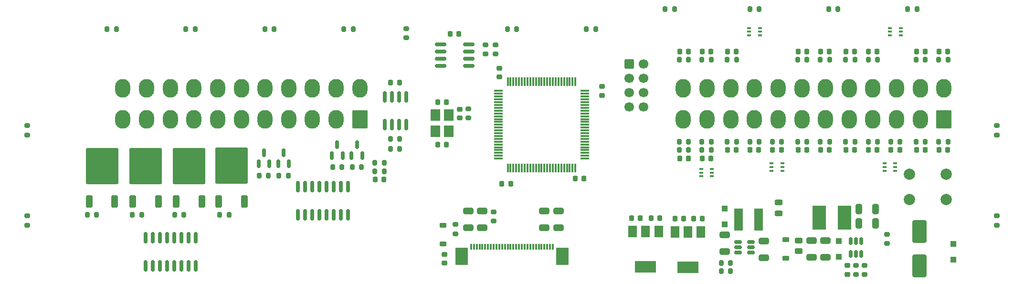
<source format=gts>
G04 #@! TF.GenerationSoftware,KiCad,Pcbnew,7.0.1*
G04 #@! TF.CreationDate,2023-04-02T15:52:54+01:00*
G04 #@! TF.ProjectId,ecu,6563752e-6b69-4636-9164-5f7063625858,rev?*
G04 #@! TF.SameCoordinates,Original*
G04 #@! TF.FileFunction,Soldermask,Top*
G04 #@! TF.FilePolarity,Negative*
%FSLAX46Y46*%
G04 Gerber Fmt 4.6, Leading zero omitted, Abs format (unit mm)*
G04 Created by KiCad (PCBNEW 7.0.1) date 2023-04-02 15:52:54*
%MOMM*%
%LPD*%
G01*
G04 APERTURE LIST*
G04 Aperture macros list*
%AMRoundRect*
0 Rectangle with rounded corners*
0 $1 Rounding radius*
0 $2 $3 $4 $5 $6 $7 $8 $9 X,Y pos of 4 corners*
0 Add a 4 corners polygon primitive as box body*
4,1,4,$2,$3,$4,$5,$6,$7,$8,$9,$2,$3,0*
0 Add four circle primitives for the rounded corners*
1,1,$1+$1,$2,$3*
1,1,$1+$1,$4,$5*
1,1,$1+$1,$6,$7*
1,1,$1+$1,$8,$9*
0 Add four rect primitives between the rounded corners*
20,1,$1+$1,$2,$3,$4,$5,0*
20,1,$1+$1,$4,$5,$6,$7,0*
20,1,$1+$1,$6,$7,$8,$9,0*
20,1,$1+$1,$8,$9,$2,$3,0*%
G04 Aperture macros list end*
%ADD10RoundRect,0.150000X-0.825000X-0.150000X0.825000X-0.150000X0.825000X0.150000X-0.825000X0.150000X0*%
%ADD11RoundRect,0.225000X0.225000X0.250000X-0.225000X0.250000X-0.225000X-0.250000X0.225000X-0.250000X0*%
%ADD12RoundRect,0.200000X-0.275000X0.200000X-0.275000X-0.200000X0.275000X-0.200000X0.275000X0.200000X0*%
%ADD13RoundRect,0.225000X0.250000X-0.225000X0.250000X0.225000X-0.250000X0.225000X-0.250000X-0.225000X0*%
%ADD14RoundRect,0.243750X0.456250X-0.243750X0.456250X0.243750X-0.456250X0.243750X-0.456250X-0.243750X0*%
%ADD15R,1.500000X4.000000*%
%ADD16RoundRect,0.200000X0.200000X0.275000X-0.200000X0.275000X-0.200000X-0.275000X0.200000X-0.275000X0*%
%ADD17R,1.800000X2.100000*%
%ADD18RoundRect,0.250000X0.650000X-0.325000X0.650000X0.325000X-0.650000X0.325000X-0.650000X-0.325000X0*%
%ADD19RoundRect,0.250000X0.350000X-0.850000X0.350000X0.850000X-0.350000X0.850000X-0.350000X-0.850000X0*%
%ADD20RoundRect,0.249997X2.650003X-2.950003X2.650003X2.950003X-2.650003X2.950003X-2.650003X-2.950003X0*%
%ADD21RoundRect,0.225000X-0.225000X-0.250000X0.225000X-0.250000X0.225000X0.250000X-0.225000X0.250000X0*%
%ADD22RoundRect,0.250000X0.300000X-0.300000X0.300000X0.300000X-0.300000X0.300000X-0.300000X-0.300000X0*%
%ADD23R,1.500000X2.000000*%
%ADD24R,3.800000X2.000000*%
%ADD25RoundRect,0.150000X-0.512500X-0.150000X0.512500X-0.150000X0.512500X0.150000X-0.512500X0.150000X0*%
%ADD26R,0.300000X1.100000*%
%ADD27R,2.300000X3.100000*%
%ADD28RoundRect,0.200000X-0.200000X-0.275000X0.200000X-0.275000X0.200000X0.275000X-0.200000X0.275000X0*%
%ADD29RoundRect,0.250000X-0.650000X0.325000X-0.650000X-0.325000X0.650000X-0.325000X0.650000X0.325000X0*%
%ADD30R,0.650000X0.400000*%
%ADD31RoundRect,0.243750X-0.456250X0.243750X-0.456250X-0.243750X0.456250X-0.243750X0.456250X0.243750X0*%
%ADD32RoundRect,0.150000X0.150000X-0.587500X0.150000X0.587500X-0.150000X0.587500X-0.150000X-0.587500X0*%
%ADD33RoundRect,0.250000X-1.000000X1.750000X-1.000000X-1.750000X1.000000X-1.750000X1.000000X1.750000X0*%
%ADD34RoundRect,0.250000X-0.300000X0.300000X-0.300000X-0.300000X0.300000X-0.300000X0.300000X0.300000X0*%
%ADD35RoundRect,0.250000X-0.600000X-0.600000X0.600000X-0.600000X0.600000X0.600000X-0.600000X0.600000X0*%
%ADD36C,1.700000*%
%ADD37RoundRect,0.150000X0.150000X-0.850000X0.150000X0.850000X-0.150000X0.850000X-0.150000X-0.850000X0*%
%ADD38RoundRect,0.150000X0.150000X-0.512500X0.150000X0.512500X-0.150000X0.512500X-0.150000X-0.512500X0*%
%ADD39RoundRect,0.150000X-0.150000X0.825000X-0.150000X-0.825000X0.150000X-0.825000X0.150000X0.825000X0*%
%ADD40RoundRect,0.200000X0.275000X-0.200000X0.275000X0.200000X-0.275000X0.200000X-0.275000X-0.200000X0*%
%ADD41RoundRect,0.075000X-0.725000X-0.075000X0.725000X-0.075000X0.725000X0.075000X-0.725000X0.075000X0*%
%ADD42RoundRect,0.075000X-0.075000X-0.725000X0.075000X-0.725000X0.075000X0.725000X-0.075000X0.725000X0*%
%ADD43RoundRect,0.250001X1.099999X1.399999X-1.099999X1.399999X-1.099999X-1.399999X1.099999X-1.399999X0*%
%ADD44O,2.700000X3.300000*%
%ADD45R,2.400000X4.200000*%
%ADD46RoundRect,0.250000X-0.325000X-0.650000X0.325000X-0.650000X0.325000X0.650000X-0.325000X0.650000X0*%
%ADD47C,2.000000*%
%ADD48RoundRect,0.225000X-0.375000X0.225000X-0.375000X-0.225000X0.375000X-0.225000X0.375000X0.225000X0*%
%ADD49RoundRect,0.225000X0.375000X-0.225000X0.375000X0.225000X-0.375000X0.225000X-0.375000X-0.225000X0*%
%ADD50RoundRect,0.225000X-0.250000X0.225000X-0.250000X-0.225000X0.250000X-0.225000X0.250000X0.225000X0*%
G04 APERTURE END LIST*
D10*
G04 #@! TO.C,U9*
X127355000Y-107730000D03*
X127355000Y-109000000D03*
X127355000Y-110270000D03*
X127355000Y-111540000D03*
X132305000Y-111540000D03*
X132305000Y-110270000D03*
X132305000Y-109000000D03*
X132305000Y-107730000D03*
G04 #@! TD*
D11*
G04 #@! TO.C,C45*
X173750000Y-138650000D03*
X172200000Y-138650000D03*
G04 #@! TD*
D12*
G04 #@! TO.C,R59*
X202500000Y-146925000D03*
X202500000Y-148575000D03*
G04 #@! TD*
D13*
G04 #@! TO.C,C53*
X199500000Y-148525000D03*
X199500000Y-146975000D03*
G04 #@! TD*
D12*
G04 #@! TO.C,R60*
X201000000Y-146950000D03*
X201000000Y-148600000D03*
G04 #@! TD*
D14*
G04 #@! TO.C,F2*
X187250000Y-137687500D03*
X187250000Y-135812500D03*
G04 #@! TD*
D15*
G04 #@! TO.C,L3*
X183750000Y-138843750D03*
X180150000Y-138843750D03*
G04 #@! TD*
D16*
G04 #@! TO.C,R37*
X111825000Y-105000000D03*
X110175000Y-105000000D03*
G04 #@! TD*
D17*
G04 #@! TO.C,Y1*
X128750000Y-123200000D03*
X128750000Y-120300000D03*
X126450000Y-120300000D03*
X126450000Y-123200000D03*
G04 #@! TD*
D18*
G04 #@! TO.C,C48*
X145750000Y-140250000D03*
X145750000Y-137300000D03*
G04 #@! TD*
D16*
G04 #@! TO.C,R16*
X120100000Y-124525000D03*
X118450000Y-124525000D03*
G04 #@! TD*
D19*
G04 #@! TO.C,Q2*
X65000000Y-135625000D03*
D20*
X67280000Y-129325000D03*
D19*
X69560000Y-135625000D03*
G04 #@! TD*
D11*
G04 #@! TO.C,C35*
X139775000Y-132500000D03*
X138225000Y-132500000D03*
G04 #@! TD*
D16*
G04 #@! TO.C,R42*
X183825000Y-101500000D03*
X182175000Y-101500000D03*
G04 #@! TD*
D21*
G04 #@! TO.C,C20*
X215725000Y-109000000D03*
X217275000Y-109000000D03*
G04 #@! TD*
D22*
G04 #@! TO.C,D22*
X177700000Y-139643750D03*
X177700000Y-136843750D03*
G04 #@! TD*
D21*
G04 #@! TO.C,C24*
X194725000Y-109000000D03*
X196275000Y-109000000D03*
G04 #@! TD*
D23*
G04 #@! TO.C,U7*
X166000000Y-140900000D03*
X163700000Y-140900000D03*
D24*
X163700000Y-147200000D03*
D23*
X161400000Y-140900000D03*
G04 #@! TD*
D25*
G04 #@! TO.C,U3*
X180112500Y-142793750D03*
X180112500Y-143743750D03*
X180112500Y-144693750D03*
X182387500Y-144693750D03*
X182387500Y-143743750D03*
X182387500Y-142793750D03*
G04 #@! TD*
D16*
G04 #@! TO.C,R11*
X120075000Y-126250000D03*
X118425000Y-126250000D03*
G04 #@! TD*
D26*
G04 #@! TO.C,J5*
X147250000Y-143650000D03*
X146750000Y-143650000D03*
X146250000Y-143650000D03*
X145750000Y-143650000D03*
X145250000Y-143650000D03*
X144750000Y-143650000D03*
X144250000Y-143650000D03*
X143750000Y-143650000D03*
X143250000Y-143650000D03*
X142750000Y-143650000D03*
X142250000Y-143650000D03*
X141750000Y-143650000D03*
X141250000Y-143650000D03*
X140750000Y-143650000D03*
X140250000Y-143650000D03*
X139750000Y-143650000D03*
X139250000Y-143650000D03*
X138750000Y-143650000D03*
X138250000Y-143650000D03*
X137750000Y-143650000D03*
X137250000Y-143650000D03*
X136750000Y-143650000D03*
X136250000Y-143650000D03*
X135750000Y-143650000D03*
X135250000Y-143650000D03*
X134750000Y-143650000D03*
X134250000Y-143650000D03*
X133750000Y-143650000D03*
X133250000Y-143650000D03*
X132750000Y-143650000D03*
D27*
X131080000Y-145350000D03*
X148920000Y-145350000D03*
G04 #@! TD*
D28*
G04 #@! TO.C,R17*
X215675000Y-110500000D03*
X217325000Y-110500000D03*
G04 #@! TD*
D29*
G04 #@! TO.C,C42*
X184700000Y-142618750D03*
X184700000Y-145568750D03*
G04 #@! TD*
D21*
G04 #@! TO.C,C9*
X186225000Y-126500000D03*
X187775000Y-126500000D03*
G04 #@! TD*
D28*
G04 #@! TO.C,R2*
X211675000Y-125000000D03*
X213325000Y-125000000D03*
G04 #@! TD*
D12*
G04 #@! TO.C,R46*
X226000000Y-122175000D03*
X226000000Y-123825000D03*
G04 #@! TD*
D30*
G04 #@! TO.C,D2*
X187950000Y-130150000D03*
X187950000Y-129500000D03*
X187950000Y-128850000D03*
X186050000Y-128850000D03*
X186050000Y-129500000D03*
X186050000Y-130150000D03*
G04 #@! TD*
D31*
G04 #@! TO.C,F1*
X190850000Y-142562500D03*
X190850000Y-144437500D03*
G04 #@! TD*
D28*
G04 #@! TO.C,R9*
X182175000Y-125000000D03*
X183825000Y-125000000D03*
G04 #@! TD*
G04 #@! TO.C,R3*
X207175000Y-125000000D03*
X208825000Y-125000000D03*
G04 #@! TD*
G04 #@! TO.C,R23*
X178175000Y-110500000D03*
X179825000Y-110500000D03*
G04 #@! TD*
D21*
G04 #@! TO.C,C23*
X199225000Y-109000000D03*
X200775000Y-109000000D03*
G04 #@! TD*
D32*
G04 #@! TO.C,Q6*
X95050000Y-128875000D03*
X96950000Y-128875000D03*
X96000000Y-127000000D03*
G04 #@! TD*
D21*
G04 #@! TO.C,C11*
X178225000Y-126500000D03*
X179775000Y-126500000D03*
G04 #@! TD*
D28*
G04 #@! TO.C,R8*
X186175000Y-125000000D03*
X187825000Y-125000000D03*
G04 #@! TD*
G04 #@! TO.C,R22*
X190675000Y-110500000D03*
X192325000Y-110500000D03*
G04 #@! TD*
D12*
G04 #@! TO.C,R56*
X137080000Y-107810000D03*
X137080000Y-109460000D03*
G04 #@! TD*
D11*
G04 #@! TO.C,C37*
X162775000Y-138550000D03*
X161225000Y-138550000D03*
G04 #@! TD*
D33*
G04 #@! TO.C,C1*
X212250000Y-140950000D03*
X212250000Y-147050000D03*
G04 #@! TD*
D34*
G04 #@! TO.C,D24*
X218250000Y-143100000D03*
X218250000Y-145900000D03*
G04 #@! TD*
D12*
G04 #@! TO.C,R57*
X135330000Y-107810000D03*
X135330000Y-109460000D03*
G04 #@! TD*
D16*
G04 #@! TO.C,R41*
X167175000Y-101500000D03*
X168825000Y-101500000D03*
G04 #@! TD*
D35*
G04 #@! TO.C,J3*
X160750000Y-111250000D03*
D36*
X163290000Y-111250000D03*
X160750000Y-113790000D03*
X163290000Y-113790000D03*
X160750000Y-116330000D03*
X163290000Y-116330000D03*
X160750000Y-118870000D03*
X163290000Y-118870000D03*
G04 #@! TD*
D19*
G04 #@! TO.C,Q8*
X80440000Y-135625000D03*
D20*
X82720000Y-129325000D03*
D19*
X85000000Y-135625000D03*
G04 #@! TD*
D28*
G04 #@! TO.C,R5*
X199175000Y-125000000D03*
X200825000Y-125000000D03*
G04 #@! TD*
D37*
G04 #@! TO.C,U4*
X102055000Y-138000000D03*
X103325000Y-138000000D03*
X104595000Y-138000000D03*
X105865000Y-138000000D03*
X107135000Y-138000000D03*
X108405000Y-138000000D03*
X109675000Y-138000000D03*
X110945000Y-138000000D03*
X110945000Y-133000000D03*
X109675000Y-133000000D03*
X108405000Y-133000000D03*
X107135000Y-133000000D03*
X105865000Y-133000000D03*
X104595000Y-133000000D03*
X103325000Y-133000000D03*
X102055000Y-133000000D03*
G04 #@! TD*
D18*
G04 #@! TO.C,C51*
X132250000Y-140225000D03*
X132250000Y-137275000D03*
G04 #@! TD*
D38*
G04 #@! TO.C,U10*
X200050000Y-144887500D03*
X201000000Y-144887500D03*
X201950000Y-144887500D03*
X201950000Y-142612500D03*
X201000000Y-142612500D03*
X200050000Y-142612500D03*
G04 #@! TD*
D28*
G04 #@! TO.C,R25*
X169675000Y-110500000D03*
X171325000Y-110500000D03*
G04 #@! TD*
D21*
G04 #@! TO.C,C3*
X211725000Y-126500000D03*
X213275000Y-126500000D03*
G04 #@! TD*
D13*
G04 #@! TO.C,C33*
X137750000Y-113525000D03*
X137750000Y-111975000D03*
G04 #@! TD*
D37*
G04 #@! TO.C,U5*
X75055000Y-147000000D03*
X76325000Y-147000000D03*
X77595000Y-147000000D03*
X78865000Y-147000000D03*
X80135000Y-147000000D03*
X81405000Y-147000000D03*
X82675000Y-147000000D03*
X83945000Y-147000000D03*
X83945000Y-142000000D03*
X82675000Y-142000000D03*
X81405000Y-142000000D03*
X80135000Y-142000000D03*
X78865000Y-142000000D03*
X77595000Y-142000000D03*
X76325000Y-142000000D03*
X75055000Y-142000000D03*
G04 #@! TD*
D28*
G04 #@! TO.C,R12*
X173675000Y-125000000D03*
X175325000Y-125000000D03*
G04 #@! TD*
D21*
G04 #@! TO.C,C4*
X207225000Y-126500000D03*
X208775000Y-126500000D03*
G04 #@! TD*
D28*
G04 #@! TO.C,R7*
X190675000Y-125000000D03*
X192325000Y-125000000D03*
G04 #@! TD*
D32*
G04 #@! TO.C,Q7*
X111550000Y-127437500D03*
X113450000Y-127437500D03*
X112500000Y-125562500D03*
G04 #@! TD*
D13*
G04 #@! TO.C,C30*
X130750000Y-120775000D03*
X130750000Y-119225000D03*
G04 #@! TD*
D39*
G04 #@! TO.C,U1*
X121275000Y-117025000D03*
X120005000Y-117025000D03*
X118735000Y-117025000D03*
X117465000Y-117025000D03*
X117465000Y-121975000D03*
X118735000Y-121975000D03*
X120005000Y-121975000D03*
X121275000Y-121975000D03*
G04 #@! TD*
D11*
G04 #@! TO.C,C46*
X130605000Y-105885000D03*
X129055000Y-105885000D03*
G04 #@! TD*
D30*
G04 #@! TO.C,D5*
X182050000Y-104850000D03*
X182050000Y-105500000D03*
X182050000Y-106150000D03*
X183950000Y-106150000D03*
X183950000Y-105500000D03*
X183950000Y-104850000D03*
G04 #@! TD*
D18*
G04 #@! TO.C,C50*
X148250000Y-140225000D03*
X148250000Y-137275000D03*
G04 #@! TD*
D28*
G04 #@! TO.C,R10*
X178175000Y-125000000D03*
X179825000Y-125000000D03*
G04 #@! TD*
D40*
G04 #@! TO.C,R58*
X206500000Y-143075000D03*
X206500000Y-141425000D03*
G04 #@! TD*
D21*
G04 #@! TO.C,C10*
X182225000Y-126500000D03*
X183775000Y-126500000D03*
G04 #@! TD*
D28*
G04 #@! TO.C,R24*
X173675000Y-110500000D03*
X175325000Y-110500000D03*
G04 #@! TD*
D16*
G04 #@! TO.C,R39*
X140825000Y-105000000D03*
X139175000Y-105000000D03*
G04 #@! TD*
D18*
G04 #@! TO.C,C49*
X134750000Y-140225000D03*
X134750000Y-137275000D03*
G04 #@! TD*
D21*
G04 #@! TO.C,C6*
X199225000Y-126500000D03*
X200775000Y-126500000D03*
G04 #@! TD*
D12*
G04 #@! TO.C,R55*
X130000000Y-139675000D03*
X130000000Y-141325000D03*
G04 #@! TD*
D41*
G04 #@! TO.C,U6*
X137575000Y-116000000D03*
X137575000Y-116500000D03*
X137575000Y-117000000D03*
X137575000Y-117500000D03*
X137575000Y-118000000D03*
X137575000Y-118500000D03*
X137575000Y-119000000D03*
X137575000Y-119500000D03*
X137575000Y-120000000D03*
X137575000Y-120500000D03*
X137575000Y-121000000D03*
X137575000Y-121500000D03*
X137575000Y-122000000D03*
X137575000Y-122500000D03*
X137575000Y-123000000D03*
X137575000Y-123500000D03*
X137575000Y-124000000D03*
X137575000Y-124500000D03*
X137575000Y-125000000D03*
X137575000Y-125500000D03*
X137575000Y-126000000D03*
X137575000Y-126500000D03*
X137575000Y-127000000D03*
X137575000Y-127500000D03*
X137575000Y-128000000D03*
D42*
X139250000Y-129675000D03*
X139750000Y-129675000D03*
X140250000Y-129675000D03*
X140750000Y-129675000D03*
X141250000Y-129675000D03*
X141750000Y-129675000D03*
X142250000Y-129675000D03*
X142750000Y-129675000D03*
X143250000Y-129675000D03*
X143750000Y-129675000D03*
X144250000Y-129675000D03*
X144750000Y-129675000D03*
X145250000Y-129675000D03*
X145750000Y-129675000D03*
X146250000Y-129675000D03*
X146750000Y-129675000D03*
X147250000Y-129675000D03*
X147750000Y-129675000D03*
X148250000Y-129675000D03*
X148750000Y-129675000D03*
X149250000Y-129675000D03*
X149750000Y-129675000D03*
X150250000Y-129675000D03*
X150750000Y-129675000D03*
X151250000Y-129675000D03*
D41*
X152925000Y-128000000D03*
X152925000Y-127500000D03*
X152925000Y-127000000D03*
X152925000Y-126500000D03*
X152925000Y-126000000D03*
X152925000Y-125500000D03*
X152925000Y-125000000D03*
X152925000Y-124500000D03*
X152925000Y-124000000D03*
X152925000Y-123500000D03*
X152925000Y-123000000D03*
X152925000Y-122500000D03*
X152925000Y-122000000D03*
X152925000Y-121500000D03*
X152925000Y-121000000D03*
X152925000Y-120500000D03*
X152925000Y-120000000D03*
X152925000Y-119500000D03*
X152925000Y-119000000D03*
X152925000Y-118500000D03*
X152925000Y-118000000D03*
X152925000Y-117500000D03*
X152925000Y-117000000D03*
X152925000Y-116500000D03*
X152925000Y-116000000D03*
D42*
X151250000Y-114325000D03*
X150750000Y-114325000D03*
X150250000Y-114325000D03*
X149750000Y-114325000D03*
X149250000Y-114325000D03*
X148750000Y-114325000D03*
X148250000Y-114325000D03*
X147750000Y-114325000D03*
X147250000Y-114325000D03*
X146750000Y-114325000D03*
X146250000Y-114325000D03*
X145750000Y-114325000D03*
X145250000Y-114325000D03*
X144750000Y-114325000D03*
X144250000Y-114325000D03*
X143750000Y-114325000D03*
X143250000Y-114325000D03*
X142750000Y-114325000D03*
X142250000Y-114325000D03*
X141750000Y-114325000D03*
X141250000Y-114325000D03*
X140750000Y-114325000D03*
X140250000Y-114325000D03*
X139750000Y-114325000D03*
X139250000Y-114325000D03*
G04 #@! TD*
D29*
G04 #@! TO.C,C55*
X193100000Y-142525000D03*
X193100000Y-145475000D03*
G04 #@! TD*
D43*
G04 #@! TO.C,J1*
X216600000Y-121000000D03*
D44*
X212400000Y-121000000D03*
X208200000Y-121000000D03*
X204000000Y-121000000D03*
X199800000Y-121000000D03*
X195600000Y-121000000D03*
X191400000Y-121000000D03*
X187200000Y-121000000D03*
X183000000Y-121000000D03*
X178800000Y-121000000D03*
X174600000Y-121000000D03*
X170400000Y-121000000D03*
X216600000Y-115500000D03*
X212400000Y-115500000D03*
X208200000Y-115500000D03*
X204000000Y-115500000D03*
X199800000Y-115500000D03*
X195600000Y-115500000D03*
X191400000Y-115500000D03*
X187200000Y-115500000D03*
X183000000Y-115500000D03*
X178800000Y-115500000D03*
X174600000Y-115500000D03*
X170400000Y-115500000D03*
G04 #@! TD*
D21*
G04 #@! TO.C,C22*
X203225000Y-109000000D03*
X204775000Y-109000000D03*
G04 #@! TD*
D11*
G04 #@! TO.C,C40*
X128375000Y-125500000D03*
X126825000Y-125500000D03*
G04 #@! TD*
D23*
G04 #@! TO.C,U8*
X173500000Y-141000000D03*
X171200000Y-141000000D03*
D24*
X171200000Y-147300000D03*
D23*
X168900000Y-141000000D03*
G04 #@! TD*
D29*
G04 #@! TO.C,C44*
X177700000Y-141518750D03*
X177700000Y-144468750D03*
G04 #@! TD*
D45*
G04 #@! TO.C,L2*
X199000000Y-138500000D03*
X194500000Y-138500000D03*
G04 #@! TD*
D28*
G04 #@! TO.C,R50*
X115675000Y-128750000D03*
X117325000Y-128750000D03*
G04 #@! TD*
D19*
G04 #@! TO.C,Q3*
X88000000Y-135585000D03*
D20*
X90280000Y-129285000D03*
D19*
X92560000Y-135585000D03*
G04 #@! TD*
D11*
G04 #@! TO.C,C36*
X152775000Y-131500000D03*
X151225000Y-131500000D03*
G04 #@! TD*
D19*
G04 #@! TO.C,Q1*
X72720000Y-135625000D03*
D20*
X75000000Y-129325000D03*
D19*
X77280000Y-135625000D03*
G04 #@! TD*
D21*
G04 #@! TO.C,C14*
X118500000Y-114525000D03*
X120050000Y-114525000D03*
G04 #@! TD*
G04 #@! TO.C,C28*
X169725000Y-109000000D03*
X171275000Y-109000000D03*
G04 #@! TD*
D30*
G04 #@! TO.C,D6*
X207050000Y-104850000D03*
X207050000Y-105500000D03*
X207050000Y-106150000D03*
X208950000Y-106150000D03*
X208950000Y-105500000D03*
X208950000Y-104850000D03*
G04 #@! TD*
D46*
G04 #@! TO.C,C32*
X201500000Y-137000000D03*
X204450000Y-137000000D03*
G04 #@! TD*
D21*
G04 #@! TO.C,C27*
X173725000Y-109000000D03*
X175275000Y-109000000D03*
G04 #@! TD*
G04 #@! TO.C,C52*
X168925000Y-138650000D03*
X170475000Y-138650000D03*
G04 #@! TD*
D16*
G04 #@! TO.C,R40*
X154825000Y-105000000D03*
X153175000Y-105000000D03*
G04 #@! TD*
G04 #@! TO.C,R32*
X96825000Y-131000000D03*
X95175000Y-131000000D03*
G04 #@! TD*
D12*
G04 #@! TO.C,R45*
X226000000Y-138175000D03*
X226000000Y-139825000D03*
G04 #@! TD*
G04 #@! TO.C,R49*
X132250000Y-119175000D03*
X132250000Y-120825000D03*
G04 #@! TD*
D21*
G04 #@! TO.C,C21*
X211725000Y-109000000D03*
X213275000Y-109000000D03*
G04 #@! TD*
D34*
G04 #@! TO.C,D25*
X198000000Y-142600000D03*
X198000000Y-145400000D03*
G04 #@! TD*
D16*
G04 #@! TO.C,R51*
X117325000Y-130250000D03*
X115675000Y-130250000D03*
G04 #@! TD*
G04 #@! TO.C,R15*
X171325000Y-126500000D03*
X169675000Y-126500000D03*
G04 #@! TD*
D21*
G04 #@! TO.C,C8*
X190725000Y-126500000D03*
X192275000Y-126500000D03*
G04 #@! TD*
G04 #@! TO.C,C7*
X194725000Y-126500000D03*
X196275000Y-126500000D03*
G04 #@! TD*
G04 #@! TO.C,C39*
X126825000Y-118000000D03*
X128375000Y-118000000D03*
G04 #@! TD*
D12*
G04 #@! TO.C,R47*
X54000000Y-122175000D03*
X54000000Y-123825000D03*
G04 #@! TD*
D16*
G04 #@! TO.C,R26*
X100325000Y-131000000D03*
X98675000Y-131000000D03*
G04 #@! TD*
D43*
G04 #@! TO.C,J2*
X113000000Y-121000000D03*
D44*
X108800000Y-121000000D03*
X104600000Y-121000000D03*
X100400000Y-121000000D03*
X96200000Y-121000000D03*
X92000000Y-121000000D03*
X87800000Y-121000000D03*
X83600000Y-121000000D03*
X79400000Y-121000000D03*
X75200000Y-121000000D03*
X71000000Y-121000000D03*
X113000000Y-115500000D03*
X108800000Y-115500000D03*
X104600000Y-115500000D03*
X100400000Y-115500000D03*
X96200000Y-115500000D03*
X92000000Y-115500000D03*
X87800000Y-115500000D03*
X83600000Y-115500000D03*
X79400000Y-115500000D03*
X75200000Y-115500000D03*
X71000000Y-115500000D03*
G04 #@! TD*
D16*
G04 #@! TO.C,R28*
X66325000Y-138000000D03*
X64675000Y-138000000D03*
G04 #@! TD*
D46*
G04 #@! TO.C,C43*
X201500000Y-139500000D03*
X204450000Y-139500000D03*
G04 #@! TD*
D16*
G04 #@! TO.C,R52*
X178775000Y-147993750D03*
X177125000Y-147993750D03*
G04 #@! TD*
D28*
G04 #@! TO.C,R1*
X215675000Y-125000000D03*
X217325000Y-125000000D03*
G04 #@! TD*
G04 #@! TO.C,R4*
X203175000Y-125000000D03*
X204825000Y-125000000D03*
G04 #@! TD*
D30*
G04 #@! TO.C,D3*
X173550000Y-129850000D03*
X173550000Y-130500000D03*
X173550000Y-131150000D03*
X175450000Y-131150000D03*
X175450000Y-130500000D03*
X175450000Y-129850000D03*
G04 #@! TD*
D16*
G04 #@! TO.C,R27*
X109825000Y-129500000D03*
X108175000Y-129500000D03*
G04 #@! TD*
D28*
G04 #@! TO.C,R21*
X194675000Y-110500000D03*
X196325000Y-110500000D03*
G04 #@! TD*
D21*
G04 #@! TO.C,C26*
X178225000Y-109000000D03*
X179775000Y-109000000D03*
G04 #@! TD*
D28*
G04 #@! TO.C,R53*
X177125000Y-146493750D03*
X178775000Y-146493750D03*
G04 #@! TD*
D47*
G04 #@! TO.C,SW1*
X210500000Y-135250000D03*
X217000000Y-135250000D03*
X210500000Y-130750000D03*
X217000000Y-130750000D03*
G04 #@! TD*
D16*
G04 #@! TO.C,R36*
X97825000Y-105000000D03*
X96175000Y-105000000D03*
G04 #@! TD*
G04 #@! TO.C,R31*
X89825000Y-138000000D03*
X88175000Y-138000000D03*
G04 #@! TD*
G04 #@! TO.C,R35*
X83825000Y-105000000D03*
X82175000Y-105000000D03*
G04 #@! TD*
D11*
G04 #@! TO.C,C17*
X175275000Y-128000000D03*
X173725000Y-128000000D03*
G04 #@! TD*
D12*
G04 #@! TO.C,R54*
X136750000Y-137425000D03*
X136750000Y-139075000D03*
G04 #@! TD*
G04 #@! TO.C,R48*
X54000000Y-138175000D03*
X54000000Y-139825000D03*
G04 #@! TD*
D32*
G04 #@! TO.C,Q4*
X108050000Y-127437500D03*
X109950000Y-127437500D03*
X109000000Y-125562500D03*
G04 #@! TD*
D16*
G04 #@! TO.C,R33*
X113325000Y-129500000D03*
X111675000Y-129500000D03*
G04 #@! TD*
D30*
G04 #@! TO.C,D1*
X207950000Y-130150000D03*
X207950000Y-129500000D03*
X207950000Y-128850000D03*
X206050000Y-128850000D03*
X206050000Y-129500000D03*
X206050000Y-130150000D03*
G04 #@! TD*
D40*
G04 #@! TO.C,R38*
X121250000Y-106575000D03*
X121250000Y-104925000D03*
G04 #@! TD*
D48*
G04 #@! TO.C,D4*
X188600000Y-142350000D03*
X188600000Y-145650000D03*
G04 #@! TD*
D13*
G04 #@! TO.C,C47*
X128000000Y-146525000D03*
X128000000Y-144975000D03*
G04 #@! TD*
D16*
G04 #@! TO.C,R13*
X175325000Y-126500000D03*
X173675000Y-126500000D03*
G04 #@! TD*
D28*
G04 #@! TO.C,R6*
X194675000Y-125000000D03*
X196325000Y-125000000D03*
G04 #@! TD*
D16*
G04 #@! TO.C,R44*
X211825000Y-101500000D03*
X210175000Y-101500000D03*
G04 #@! TD*
G04 #@! TO.C,R43*
X197825000Y-101500000D03*
X196175000Y-101500000D03*
G04 #@! TD*
D49*
G04 #@! TO.C,D23*
X127750000Y-143150000D03*
X127750000Y-139850000D03*
G04 #@! TD*
D16*
G04 #@! TO.C,R30*
X81825000Y-138000000D03*
X80175000Y-138000000D03*
G04 #@! TD*
D21*
G04 #@! TO.C,C38*
X164675000Y-138550000D03*
X166225000Y-138550000D03*
G04 #@! TD*
G04 #@! TO.C,C2*
X215725000Y-126500000D03*
X217275000Y-126500000D03*
G04 #@! TD*
G04 #@! TO.C,C5*
X203225000Y-126500000D03*
X204775000Y-126500000D03*
G04 #@! TD*
D50*
G04 #@! TO.C,C34*
X156000000Y-115225000D03*
X156000000Y-116775000D03*
G04 #@! TD*
D28*
G04 #@! TO.C,R18*
X211675000Y-110500000D03*
X213325000Y-110500000D03*
G04 #@! TD*
D29*
G04 #@! TO.C,C54*
X195600000Y-142525000D03*
X195600000Y-145475000D03*
G04 #@! TD*
D28*
G04 #@! TO.C,R19*
X203175000Y-110500000D03*
X204825000Y-110500000D03*
G04 #@! TD*
D32*
G04 #@! TO.C,Q5*
X98550000Y-128875000D03*
X100450000Y-128875000D03*
X99500000Y-127000000D03*
G04 #@! TD*
D28*
G04 #@! TO.C,R20*
X199175000Y-110500000D03*
X200825000Y-110500000D03*
G04 #@! TD*
D11*
G04 #@! TO.C,C41*
X117275000Y-131750000D03*
X115725000Y-131750000D03*
G04 #@! TD*
D21*
G04 #@! TO.C,C25*
X190725000Y-109000000D03*
X192275000Y-109000000D03*
G04 #@! TD*
D16*
G04 #@! TO.C,R34*
X69825000Y-105000000D03*
X68175000Y-105000000D03*
G04 #@! TD*
G04 #@! TO.C,R29*
X74325000Y-138000000D03*
X72675000Y-138000000D03*
G04 #@! TD*
D11*
G04 #@! TO.C,C16*
X171275000Y-128000000D03*
X169725000Y-128000000D03*
G04 #@! TD*
D28*
G04 #@! TO.C,R14*
X169675000Y-125000000D03*
X171325000Y-125000000D03*
G04 #@! TD*
M02*

</source>
